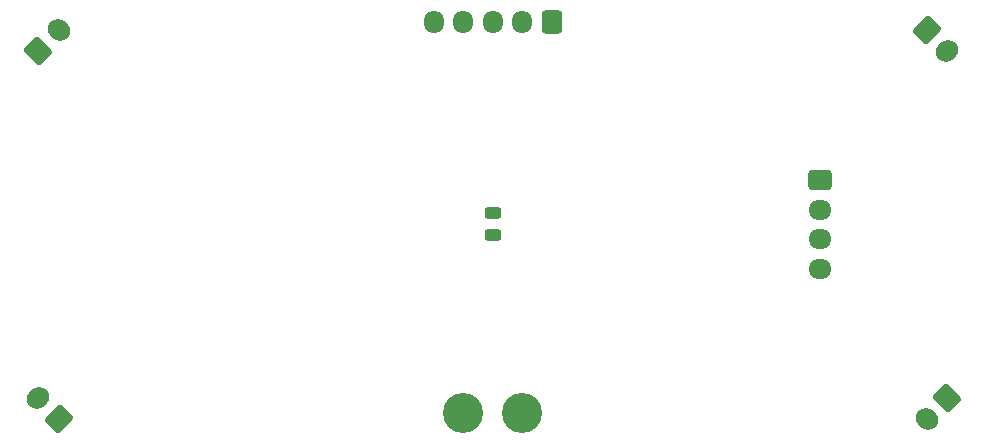
<source format=gbr>
%TF.GenerationSoftware,KiCad,Pcbnew,8.0.1*%
%TF.CreationDate,2024-07-17T22:58:36+09:00*%
%TF.ProjectId,MD-20240410,4d442d32-3032-4343-9034-31302e6b6963,rev?*%
%TF.SameCoordinates,Original*%
%TF.FileFunction,Soldermask,Bot*%
%TF.FilePolarity,Negative*%
%FSLAX46Y46*%
G04 Gerber Fmt 4.6, Leading zero omitted, Abs format (unit mm)*
G04 Created by KiCad (PCBNEW 8.0.1) date 2024-07-17 22:58:36*
%MOMM*%
%LPD*%
G01*
G04 APERTURE LIST*
G04 Aperture macros list*
%AMRoundRect*
0 Rectangle with rounded corners*
0 $1 Rounding radius*
0 $2 $3 $4 $5 $6 $7 $8 $9 X,Y pos of 4 corners*
0 Add a 4 corners polygon primitive as box body*
4,1,4,$2,$3,$4,$5,$6,$7,$8,$9,$2,$3,0*
0 Add four circle primitives for the rounded corners*
1,1,$1+$1,$2,$3*
1,1,$1+$1,$4,$5*
1,1,$1+$1,$6,$7*
1,1,$1+$1,$8,$9*
0 Add four rect primitives between the rounded corners*
20,1,$1+$1,$2,$3,$4,$5,0*
20,1,$1+$1,$4,$5,$6,$7,0*
20,1,$1+$1,$6,$7,$8,$9,0*
20,1,$1+$1,$8,$9,$2,$3,0*%
%AMHorizOval*
0 Thick line with rounded ends*
0 $1 width*
0 $2 $3 position (X,Y) of the first rounded end (center of the circle)*
0 $4 $5 position (X,Y) of the second rounded end (center of the circle)*
0 Add line between two ends*
20,1,$1,$2,$3,$4,$5,0*
0 Add two circle primitives to create the rounded ends*
1,1,$1,$2,$3*
1,1,$1,$4,$5*%
G04 Aperture macros list end*
%ADD10HorizOval,1.700000X0.106066X0.106066X-0.106066X-0.106066X0*%
%ADD11RoundRect,0.250000X0.954594X0.106066X0.106066X0.954594X-0.954594X-0.106066X-0.106066X-0.954594X0*%
%ADD12HorizOval,1.700000X-0.106066X-0.106066X0.106066X0.106066X0*%
%ADD13RoundRect,0.250000X-0.954594X-0.106066X-0.106066X-0.954594X0.954594X0.106066X0.106066X0.954594X0*%
%ADD14C,3.400000*%
%ADD15O,1.700000X1.950000*%
%ADD16RoundRect,0.250000X0.600000X0.725000X-0.600000X0.725000X-0.600000X-0.725000X0.600000X-0.725000X0*%
%ADD17HorizOval,1.700000X-0.106066X0.106066X0.106066X-0.106066X0*%
%ADD18RoundRect,0.250000X0.106066X-0.954594X0.954594X-0.106066X-0.106066X0.954594X-0.954594X0.106066X0*%
%ADD19RoundRect,0.250000X-0.106066X0.954594X-0.954594X0.106066X0.106066X-0.954594X0.954594X-0.106066X0*%
%ADD20O,1.950000X1.700000*%
%ADD21RoundRect,0.250000X-0.725000X0.600000X-0.725000X-0.600000X0.725000X-0.600000X0.725000X0.600000X0*%
%ADD22RoundRect,0.243750X0.456250X-0.243750X0.456250X0.243750X-0.456250X0.243750X-0.456250X-0.243750X0*%
G04 APERTURE END LIST*
D10*
%TO.C,J4*%
X-38513473Y-14672466D03*
D11*
X-36745707Y-16440232D03*
%TD*%
D12*
%TO.C,J6*%
X38513473Y14672466D03*
D13*
X36745707Y16440232D03*
%TD*%
D14*
%TO.C,J7*%
X2500000Y-16000000D03*
X-2500000Y-16000000D03*
%TD*%
D15*
%TO.C,J1*%
X-5000000Y17150000D03*
X-2500000Y17150000D03*
X0Y17150000D03*
X2500000Y17150000D03*
D16*
X5000000Y17150000D03*
%TD*%
D17*
%TO.C,J3*%
X-36745707Y16440232D03*
D18*
X-38513473Y14672466D03*
%TD*%
D17*
%TO.C,J5*%
X36745707Y-16440232D03*
D19*
X38513473Y-14672466D03*
%TD*%
D20*
%TO.C,J2*%
X27750000Y-3750000D03*
X27750000Y-1250000D03*
X27750000Y1250000D03*
D21*
X27750000Y3750000D03*
%TD*%
D22*
%TO.C,D1*%
X0Y937500D03*
X0Y-937500D03*
%TD*%
M02*

</source>
